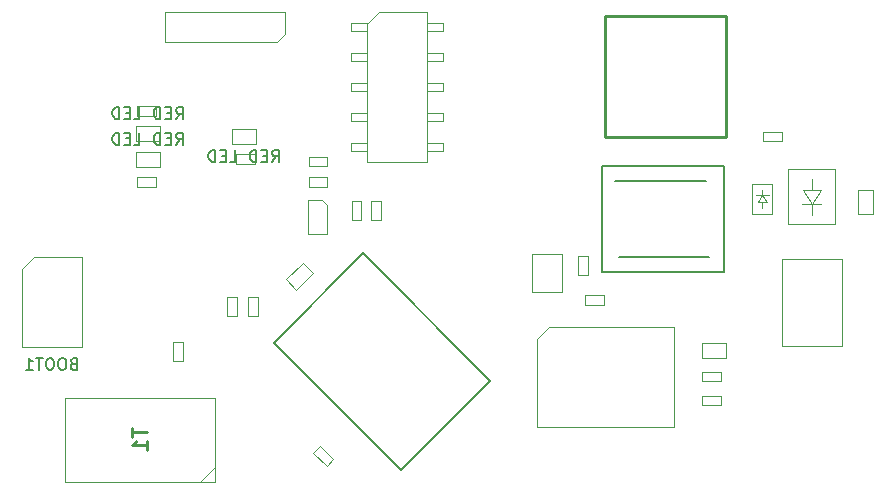
<source format=gbr>
%TF.GenerationSoftware,KiCad,Pcbnew,(6.0.11)*%
%TF.CreationDate,2023-06-26T18:15:52+10:00*%
%TF.ProjectId,LV_MASTER_A_SAMPLE,4c565f4d-4153-4544-9552-5f415f53414d,1*%
%TF.SameCoordinates,Original*%
%TF.FileFunction,AssemblyDrawing,Bot*%
%FSLAX46Y46*%
G04 Gerber Fmt 4.6, Leading zero omitted, Abs format (unit mm)*
G04 Created by KiCad (PCBNEW (6.0.11)) date 2023-06-26 18:15:52*
%MOMM*%
%LPD*%
G01*
G04 APERTURE LIST*
%ADD10C,0.150000*%
%ADD11C,0.254000*%
%ADD12C,0.100000*%
%ADD13C,0.127000*%
%ADD14C,0.200000*%
G04 APERTURE END LIST*
D10*
%TO.C,D1*%
X132174952Y-86333380D02*
X132508285Y-85857190D01*
X132746380Y-86333380D02*
X132746380Y-85333380D01*
X132365428Y-85333380D01*
X132270190Y-85381000D01*
X132222571Y-85428619D01*
X132174952Y-85523857D01*
X132174952Y-85666714D01*
X132222571Y-85761952D01*
X132270190Y-85809571D01*
X132365428Y-85857190D01*
X132746380Y-85857190D01*
X131746380Y-85809571D02*
X131413047Y-85809571D01*
X131270190Y-86333380D02*
X131746380Y-86333380D01*
X131746380Y-85333380D01*
X131270190Y-85333380D01*
X130841619Y-86333380D02*
X130841619Y-85333380D01*
X130603523Y-85333380D01*
X130460666Y-85381000D01*
X130365428Y-85476238D01*
X130317809Y-85571476D01*
X130270190Y-85761952D01*
X130270190Y-85904809D01*
X130317809Y-86095285D01*
X130365428Y-86190523D01*
X130460666Y-86285761D01*
X130603523Y-86333380D01*
X130841619Y-86333380D01*
X128603523Y-86333380D02*
X129079714Y-86333380D01*
X129079714Y-85333380D01*
X128270190Y-85809571D02*
X127936857Y-85809571D01*
X127794000Y-86333380D02*
X128270190Y-86333380D01*
X128270190Y-85333380D01*
X127794000Y-85333380D01*
X127365428Y-86333380D02*
X127365428Y-85333380D01*
X127127333Y-85333380D01*
X126984476Y-85381000D01*
X126889238Y-85476238D01*
X126841619Y-85571476D01*
X126794000Y-85761952D01*
X126794000Y-85904809D01*
X126841619Y-86095285D01*
X126889238Y-86190523D01*
X126984476Y-86285761D01*
X127127333Y-86333380D01*
X127365428Y-86333380D01*
%TO.C,D2*%
X124046952Y-84878380D02*
X124380285Y-84402190D01*
X124618380Y-84878380D02*
X124618380Y-83878380D01*
X124237428Y-83878380D01*
X124142190Y-83926000D01*
X124094571Y-83973619D01*
X124046952Y-84068857D01*
X124046952Y-84211714D01*
X124094571Y-84306952D01*
X124142190Y-84354571D01*
X124237428Y-84402190D01*
X124618380Y-84402190D01*
X123618380Y-84354571D02*
X123285047Y-84354571D01*
X123142190Y-84878380D02*
X123618380Y-84878380D01*
X123618380Y-83878380D01*
X123142190Y-83878380D01*
X122713619Y-84878380D02*
X122713619Y-83878380D01*
X122475523Y-83878380D01*
X122332666Y-83926000D01*
X122237428Y-84021238D01*
X122189809Y-84116476D01*
X122142190Y-84306952D01*
X122142190Y-84449809D01*
X122189809Y-84640285D01*
X122237428Y-84735523D01*
X122332666Y-84830761D01*
X122475523Y-84878380D01*
X122713619Y-84878380D01*
X120475523Y-84878380D02*
X120951714Y-84878380D01*
X120951714Y-83878380D01*
X120142190Y-84354571D02*
X119808857Y-84354571D01*
X119666000Y-84878380D02*
X120142190Y-84878380D01*
X120142190Y-83878380D01*
X119666000Y-83878380D01*
X119237428Y-84878380D02*
X119237428Y-83878380D01*
X118999333Y-83878380D01*
X118856476Y-83926000D01*
X118761238Y-84021238D01*
X118713619Y-84116476D01*
X118666000Y-84306952D01*
X118666000Y-84449809D01*
X118713619Y-84640285D01*
X118761238Y-84735523D01*
X118856476Y-84830761D01*
X118999333Y-84878380D01*
X119237428Y-84878380D01*
%TO.C,D3*%
X124046952Y-82719380D02*
X124380285Y-82243190D01*
X124618380Y-82719380D02*
X124618380Y-81719380D01*
X124237428Y-81719380D01*
X124142190Y-81767000D01*
X124094571Y-81814619D01*
X124046952Y-81909857D01*
X124046952Y-82052714D01*
X124094571Y-82147952D01*
X124142190Y-82195571D01*
X124237428Y-82243190D01*
X124618380Y-82243190D01*
X123618380Y-82195571D02*
X123285047Y-82195571D01*
X123142190Y-82719380D02*
X123618380Y-82719380D01*
X123618380Y-81719380D01*
X123142190Y-81719380D01*
X122713619Y-82719380D02*
X122713619Y-81719380D01*
X122475523Y-81719380D01*
X122332666Y-81767000D01*
X122237428Y-81862238D01*
X122189809Y-81957476D01*
X122142190Y-82147952D01*
X122142190Y-82290809D01*
X122189809Y-82481285D01*
X122237428Y-82576523D01*
X122332666Y-82671761D01*
X122475523Y-82719380D01*
X122713619Y-82719380D01*
X120475523Y-82719380D02*
X120951714Y-82719380D01*
X120951714Y-81719380D01*
X120142190Y-82195571D02*
X119808857Y-82195571D01*
X119666000Y-82719380D02*
X120142190Y-82719380D01*
X120142190Y-81719380D01*
X119666000Y-81719380D01*
X119237428Y-82719380D02*
X119237428Y-81719380D01*
X118999333Y-81719380D01*
X118856476Y-81767000D01*
X118761238Y-81862238D01*
X118713619Y-81957476D01*
X118666000Y-82147952D01*
X118666000Y-82290809D01*
X118713619Y-82481285D01*
X118761238Y-82576523D01*
X118856476Y-82671761D01*
X118999333Y-82719380D01*
X119237428Y-82719380D01*
D11*
%TO.C,T1*%
X120335523Y-108887380D02*
X120335523Y-109613095D01*
X121605523Y-109250238D02*
X120335523Y-109250238D01*
X121605523Y-110701666D02*
X121605523Y-109975952D01*
X121605523Y-110338809D02*
X120335523Y-110338809D01*
X120516952Y-110217857D01*
X120637904Y-110096904D01*
X120698380Y-109975952D01*
D10*
%TO.C,J3*%
X115373333Y-103423571D02*
X115230476Y-103471190D01*
X115182857Y-103518809D01*
X115135238Y-103614047D01*
X115135238Y-103756904D01*
X115182857Y-103852142D01*
X115230476Y-103899761D01*
X115325714Y-103947380D01*
X115706666Y-103947380D01*
X115706666Y-102947380D01*
X115373333Y-102947380D01*
X115278095Y-102995000D01*
X115230476Y-103042619D01*
X115182857Y-103137857D01*
X115182857Y-103233095D01*
X115230476Y-103328333D01*
X115278095Y-103375952D01*
X115373333Y-103423571D01*
X115706666Y-103423571D01*
X114516190Y-102947380D02*
X114325714Y-102947380D01*
X114230476Y-102995000D01*
X114135238Y-103090238D01*
X114087619Y-103280714D01*
X114087619Y-103614047D01*
X114135238Y-103804523D01*
X114230476Y-103899761D01*
X114325714Y-103947380D01*
X114516190Y-103947380D01*
X114611428Y-103899761D01*
X114706666Y-103804523D01*
X114754285Y-103614047D01*
X114754285Y-103280714D01*
X114706666Y-103090238D01*
X114611428Y-102995000D01*
X114516190Y-102947380D01*
X113468571Y-102947380D02*
X113278095Y-102947380D01*
X113182857Y-102995000D01*
X113087619Y-103090238D01*
X113040000Y-103280714D01*
X113040000Y-103614047D01*
X113087619Y-103804523D01*
X113182857Y-103899761D01*
X113278095Y-103947380D01*
X113468571Y-103947380D01*
X113563809Y-103899761D01*
X113659047Y-103804523D01*
X113706666Y-103614047D01*
X113706666Y-103280714D01*
X113659047Y-103090238D01*
X113563809Y-102995000D01*
X113468571Y-102947380D01*
X112754285Y-102947380D02*
X112182857Y-102947380D01*
X112468571Y-103947380D02*
X112468571Y-102947380D01*
X111325714Y-103947380D02*
X111897142Y-103947380D01*
X111611428Y-103947380D02*
X111611428Y-102947380D01*
X111706666Y-103090238D01*
X111801904Y-103185476D01*
X111897142Y-103233095D01*
D12*
%TO.C,C13*%
X136807843Y-112100528D02*
X137373528Y-111534843D01*
X137373528Y-111534843D02*
X136242157Y-110403472D01*
X135676472Y-110969157D02*
X136807843Y-112100528D01*
X136242157Y-110403472D02*
X135676472Y-110969157D01*
%TO.C,C14*%
X141370000Y-89624000D02*
X140570000Y-89624000D01*
X140570000Y-89624000D02*
X140570000Y-91224000D01*
X140570000Y-91224000D02*
X141370000Y-91224000D01*
X141370000Y-91224000D02*
X141370000Y-89624000D01*
%TO.C,C17*%
X134227835Y-97161049D02*
X135642049Y-95746835D01*
X133343951Y-96277165D02*
X134227835Y-97161049D01*
X135642049Y-95746835D02*
X134758165Y-94862951D01*
X134758165Y-94862951D02*
X133343951Y-96277165D01*
%TO.C,D1*%
X130794000Y-83576000D02*
X128794000Y-83576000D01*
X130794000Y-84826000D02*
X130794000Y-83576000D01*
X128794000Y-83576000D02*
X128794000Y-84826000D01*
X128794000Y-84826000D02*
X130794000Y-84826000D01*
%TO.C,J2*%
X123076400Y-73624400D02*
X123076400Y-76164400D01*
X133236400Y-75529400D02*
X133236400Y-73624400D01*
X133236400Y-73624400D02*
X123076400Y-73624400D01*
X132601400Y-76164400D02*
X133236400Y-75529400D01*
X123076400Y-76164400D02*
X132601400Y-76164400D01*
%TO.C,C19*%
X136871500Y-87654000D02*
X135271500Y-87654000D01*
X136871500Y-88454000D02*
X136871500Y-87654000D01*
X135271500Y-87654000D02*
X135271500Y-88454000D01*
X135271500Y-88454000D02*
X136871500Y-88454000D01*
%TO.C,D2*%
X122666000Y-85481000D02*
X120666000Y-85481000D01*
X122666000Y-86731000D02*
X122666000Y-85481000D01*
X120666000Y-86731000D02*
X122666000Y-86731000D01*
X120666000Y-85481000D02*
X120666000Y-86731000D01*
%TO.C,C15*%
X139719000Y-91224000D02*
X139719000Y-89624000D01*
X139719000Y-89624000D02*
X138919000Y-89624000D01*
X138919000Y-91224000D02*
X139719000Y-91224000D01*
X138919000Y-89624000D02*
X138919000Y-91224000D01*
%TO.C,C50*%
X170218000Y-104921000D02*
X170218000Y-104121000D01*
X170218000Y-104121000D02*
X168618000Y-104121000D01*
X168618000Y-104921000D02*
X170218000Y-104921000D01*
X168618000Y-104121000D02*
X168618000Y-104921000D01*
%TO.C,R2*%
X122341000Y-88423500D02*
X122341000Y-87598500D01*
X120741000Y-88423500D02*
X122341000Y-88423500D01*
X122341000Y-87598500D02*
X120741000Y-87598500D01*
X120741000Y-87598500D02*
X120741000Y-88423500D01*
%TO.C,C23*%
X160312000Y-98444000D02*
X160312000Y-97644000D01*
X158712000Y-98444000D02*
X160312000Y-98444000D01*
X158712000Y-97644000D02*
X158712000Y-98444000D01*
X160312000Y-97644000D02*
X158712000Y-97644000D01*
%TO.C,C24*%
X170593000Y-101688500D02*
X168593000Y-101688500D01*
X170593000Y-102938500D02*
X170593000Y-101688500D01*
X168593000Y-102938500D02*
X170593000Y-102938500D01*
X168593000Y-101688500D02*
X168593000Y-102938500D01*
%TO.C,R10*%
X129190500Y-97752000D02*
X128365500Y-97752000D01*
X128365500Y-99352000D02*
X129190500Y-99352000D01*
X128365500Y-97752000D02*
X128365500Y-99352000D01*
X129190500Y-99352000D02*
X129190500Y-97752000D01*
%TO.C,R1*%
X130721000Y-85693500D02*
X129121000Y-85693500D01*
X130721000Y-86518500D02*
X130721000Y-85693500D01*
X129121000Y-85693500D02*
X129121000Y-86518500D01*
X129121000Y-86518500D02*
X130721000Y-86518500D01*
%TO.C,C49*%
X170218000Y-106153000D02*
X168618000Y-106153000D01*
X168618000Y-106153000D02*
X168618000Y-106953000D01*
X168618000Y-106953000D02*
X170218000Y-106953000D01*
X170218000Y-106953000D02*
X170218000Y-106153000D01*
%TO.C,C21*%
X173744500Y-84577000D02*
X175344500Y-84577000D01*
X175344500Y-83777000D02*
X173744500Y-83777000D01*
X175344500Y-84577000D02*
X175344500Y-83777000D01*
X173744500Y-83777000D02*
X173744500Y-84577000D01*
%TO.C,C38*%
X123806000Y-103162000D02*
X124606000Y-103162000D01*
X123806000Y-101562000D02*
X123806000Y-103162000D01*
X124606000Y-103162000D02*
X124606000Y-101562000D01*
X124606000Y-101562000D02*
X123806000Y-101562000D01*
D11*
%TO.C,C20*%
X160331000Y-84271000D02*
X170631000Y-84271000D01*
X170631000Y-84271000D02*
X170631000Y-73971000D01*
X160331000Y-73971000D02*
X160331000Y-84271000D01*
X170631000Y-73971000D02*
X160331000Y-73971000D01*
D12*
%TO.C,F1*%
X175313000Y-101952000D02*
X180433000Y-101952000D01*
X175313000Y-94596000D02*
X175313000Y-101952000D01*
X180433000Y-94596000D02*
X175313000Y-94596000D01*
X180433000Y-101952000D02*
X180433000Y-94596000D01*
%TO.C,J4*%
X146668000Y-77150000D02*
X145288000Y-77150000D01*
X138828000Y-84770000D02*
X138828000Y-85410000D01*
X141208000Y-73660000D02*
X140208000Y-74660000D01*
X146668000Y-82230000D02*
X145288000Y-82230000D01*
X146668000Y-74610000D02*
X145288000Y-74610000D01*
X138828000Y-77150000D02*
X138828000Y-77790000D01*
X140208000Y-84770000D02*
X138828000Y-84770000D01*
X138828000Y-77790000D02*
X140208000Y-77790000D01*
X145288000Y-75250000D02*
X146668000Y-75250000D01*
X140208000Y-86360000D02*
X145288000Y-86360000D01*
X145288000Y-80330000D02*
X146668000Y-80330000D01*
X138828000Y-82230000D02*
X138828000Y-82870000D01*
X145288000Y-86360000D02*
X145288000Y-73660000D01*
X145288000Y-77790000D02*
X146668000Y-77790000D01*
X146668000Y-85410000D02*
X146668000Y-84770000D01*
X140208000Y-82230000D02*
X138828000Y-82230000D01*
X138828000Y-80330000D02*
X140208000Y-80330000D01*
X138828000Y-79690000D02*
X138828000Y-80330000D01*
X138828000Y-82870000D02*
X140208000Y-82870000D01*
X145288000Y-82870000D02*
X146668000Y-82870000D01*
X140208000Y-79690000D02*
X138828000Y-79690000D01*
X140208000Y-74660000D02*
X140208000Y-86360000D01*
X145288000Y-85410000D02*
X146668000Y-85410000D01*
X138828000Y-75250000D02*
X140208000Y-75250000D01*
X146668000Y-82870000D02*
X146668000Y-82230000D01*
X146668000Y-84770000D02*
X145288000Y-84770000D01*
X138828000Y-74610000D02*
X138828000Y-75250000D01*
X146668000Y-79690000D02*
X145288000Y-79690000D01*
X140208000Y-77150000D02*
X138828000Y-77150000D01*
X146668000Y-80330000D02*
X146668000Y-79690000D01*
X146668000Y-75250000D02*
X146668000Y-74610000D01*
X146668000Y-77790000D02*
X146668000Y-77150000D01*
X140208000Y-74610000D02*
X138828000Y-74610000D01*
X138828000Y-85410000D02*
X140208000Y-85410000D01*
X145288000Y-73660000D02*
X141208000Y-73660000D01*
%TO.C,C18*%
X135271500Y-86694000D02*
X136871500Y-86694000D01*
X136871500Y-85894000D02*
X135271500Y-85894000D01*
X135271500Y-85894000D02*
X135271500Y-86694000D01*
X136871500Y-86694000D02*
X136871500Y-85894000D01*
%TO.C,D4*%
X175873000Y-86957000D02*
X175873000Y-91557000D01*
X175873000Y-91557000D02*
X179873000Y-91557000D01*
X177122680Y-88755820D02*
X178672080Y-88755820D01*
X177871980Y-88755820D02*
X177871980Y-87757600D01*
X179873000Y-86957000D02*
X175873000Y-86957000D01*
X179873000Y-86957000D02*
X179873000Y-91557000D01*
X178672080Y-89906440D02*
X177071880Y-89906440D01*
X177871980Y-89906440D02*
X177871980Y-90808140D01*
X177871980Y-89906440D02*
X178672080Y-88755820D01*
X177871980Y-89906440D02*
X177122680Y-88755820D01*
%TO.C,D3*%
X120666000Y-83322000D02*
X120666000Y-84572000D01*
X122666000Y-83322000D02*
X120666000Y-83322000D01*
X120666000Y-84572000D02*
X122666000Y-84572000D01*
X122666000Y-84572000D02*
X122666000Y-83322000D01*
%TO.C,D5*%
X173682000Y-89126000D02*
X173282000Y-89726000D01*
X173682000Y-88726000D02*
X173682000Y-89126000D01*
X173132000Y-89126000D02*
X174232000Y-89126000D01*
X172832000Y-88176000D02*
X172832000Y-90776000D01*
X173682000Y-89126000D02*
X174082000Y-89726000D01*
X173682000Y-90226000D02*
X173682000Y-89726000D01*
X172832000Y-90776000D02*
X174532000Y-90776000D01*
X174532000Y-88176000D02*
X172832000Y-88176000D01*
X174532000Y-90776000D02*
X174532000Y-88176000D01*
X173282000Y-89726000D02*
X174082000Y-89726000D01*
%TO.C,R3*%
X120739000Y-82454500D02*
X122339000Y-82454500D01*
X122339000Y-82454500D02*
X122339000Y-81629500D01*
X120739000Y-81629500D02*
X120739000Y-82454500D01*
X122339000Y-81629500D02*
X120739000Y-81629500D01*
%TO.C,U3*%
X155595000Y-100313500D02*
X154595000Y-101313500D01*
X154595000Y-108813500D02*
X166195000Y-108813500D01*
X154595000Y-101313500D02*
X154595000Y-108813500D01*
X166195000Y-100313500D02*
X155595000Y-100313500D01*
X166195000Y-108813500D02*
X166195000Y-100313500D01*
D13*
%TO.C,L1*%
X160121000Y-86686000D02*
X160121000Y-95686000D01*
X170421000Y-86686000D02*
X160121000Y-86686000D01*
X168941000Y-87926000D02*
X161221000Y-87926000D01*
X169161000Y-94386000D02*
X161571000Y-94386000D01*
X170421000Y-95686000D02*
X170421000Y-86686000D01*
X160121000Y-95686000D02*
X170421000Y-95686000D01*
D12*
%TO.C,U2*%
X135250000Y-92469000D02*
X136850000Y-92469000D01*
X136850000Y-92469000D02*
X136850000Y-89969000D01*
X135250000Y-89569000D02*
X135250000Y-92469000D01*
X136450000Y-89569000D02*
X135250000Y-89569000D01*
X136850000Y-89969000D02*
X136450000Y-89569000D01*
%TO.C,T1*%
X126111000Y-113410000D02*
X127381000Y-112140000D01*
X114681000Y-106300000D02*
X114681000Y-113410000D01*
X127381000Y-106300000D02*
X114681000Y-106300000D01*
X127381000Y-113410000D02*
X127381000Y-106300000D01*
X114681000Y-113410000D02*
X127381000Y-113410000D01*
%TO.C,J3*%
X116080000Y-94375000D02*
X112000000Y-94375000D01*
X111000000Y-95375000D02*
X111000000Y-101995000D01*
X111000000Y-101995000D02*
X116080000Y-101995000D01*
X116080000Y-101995000D02*
X116080000Y-94375000D01*
X112000000Y-94375000D02*
X111000000Y-95375000D01*
%TO.C,C16*%
X183070000Y-88743500D02*
X181820000Y-88743500D01*
X183070000Y-90743500D02*
X183070000Y-88743500D01*
X181820000Y-90743500D02*
X183070000Y-90743500D01*
X181820000Y-88743500D02*
X181820000Y-90743500D01*
%TO.C,C22*%
X158896000Y-95948500D02*
X158896000Y-94348500D01*
X158896000Y-94348500D02*
X158096000Y-94348500D01*
X158096000Y-94348500D02*
X158096000Y-95948500D01*
X158096000Y-95948500D02*
X158896000Y-95948500D01*
%TO.C,R11*%
X130968500Y-97752000D02*
X130143500Y-97752000D01*
X130143500Y-97752000D02*
X130143500Y-99352000D01*
X130143500Y-99352000D02*
X130968500Y-99352000D01*
X130968500Y-99352000D02*
X130968500Y-97752000D01*
D14*
%TO.C,PS1*%
X132306825Y-101645868D02*
X143083132Y-112422175D01*
X143083132Y-112422175D02*
X150649175Y-104856132D01*
X139872868Y-94079825D02*
X132306825Y-101645868D01*
X150649175Y-104856132D02*
X139872868Y-94079825D01*
D12*
%TO.C,L2*%
X156698000Y-97373500D02*
X156698000Y-94173500D01*
X154198000Y-97373500D02*
X156698000Y-97373500D01*
X154198000Y-94173500D02*
X154198000Y-97373500D01*
X156698000Y-94173500D02*
X154198000Y-94173500D01*
%TD*%
M02*

</source>
